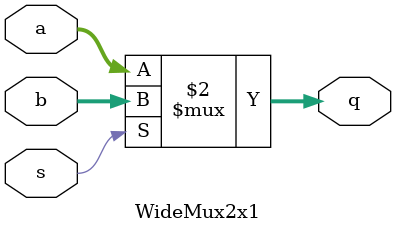
<source format=v>

module Mux2x1(
		input wire s,
		input wire a,
		input wire b,
		output wire q
);

	assign q = (~s & a) | (s & b);

endmodule

module WideMux2x1
#(parameter BUS_WIDTH = 32)
(
		input wire s,
		input wire [BUS_WIDTH-1:0] a,
		input wire [BUS_WIDTH-1:0] b,
		output wire [BUS_WIDTH-1:0] q
);

	assign q = (~s) ? a : b;

endmodule

</source>
